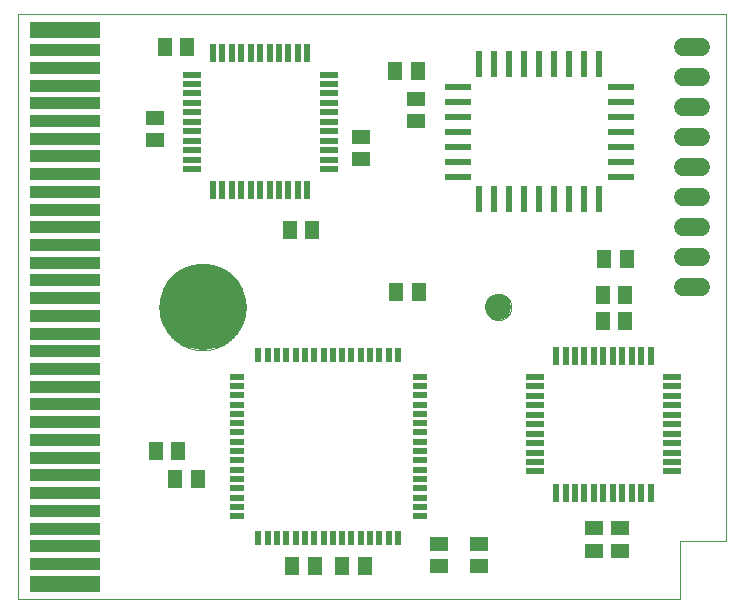
<source format=gts>
G75*
%MOIN*%
%OFA0B0*%
%FSLAX25Y25*%
%IPPOS*%
%LPD*%
%AMOC8*
5,1,8,0,0,1.08239X$1,22.5*
%
%ADD10C,0.00000*%
%ADD11C,0.28740*%
%ADD12C,0.08661*%
%ADD13R,0.23622X0.05512*%
%ADD14R,0.23622X0.03937*%
%ADD15R,0.08661X0.02362*%
%ADD16R,0.02362X0.08661*%
%ADD17R,0.02200X0.04700*%
%ADD18R,0.04700X0.02200*%
%ADD19R,0.05906X0.05118*%
%ADD20R,0.05118X0.05906*%
%ADD21R,0.01969X0.05906*%
%ADD22R,0.05906X0.01969*%
%ADD23C,0.06000*%
D10*
X0001000Y0001000D02*
X0001000Y0196000D01*
X0237000Y0196000D01*
X0237000Y0020500D01*
X0221900Y0020500D01*
X0221900Y0001000D01*
X0001000Y0001000D01*
X0048244Y0098441D02*
X0048248Y0098794D01*
X0048261Y0099146D01*
X0048283Y0099498D01*
X0048313Y0099850D01*
X0048352Y0100200D01*
X0048400Y0100550D01*
X0048456Y0100898D01*
X0048520Y0101244D01*
X0048593Y0101589D01*
X0048675Y0101933D01*
X0048765Y0102274D01*
X0048863Y0102612D01*
X0048969Y0102949D01*
X0049084Y0103282D01*
X0049207Y0103613D01*
X0049338Y0103940D01*
X0049477Y0104264D01*
X0049624Y0104585D01*
X0049778Y0104902D01*
X0049941Y0105215D01*
X0050111Y0105524D01*
X0050288Y0105829D01*
X0050473Y0106129D01*
X0050666Y0106425D01*
X0050865Y0106715D01*
X0051072Y0107001D01*
X0051285Y0107282D01*
X0051506Y0107557D01*
X0051733Y0107827D01*
X0051967Y0108091D01*
X0052207Y0108350D01*
X0052453Y0108602D01*
X0052705Y0108848D01*
X0052964Y0109088D01*
X0053228Y0109322D01*
X0053498Y0109549D01*
X0053773Y0109770D01*
X0054054Y0109983D01*
X0054340Y0110190D01*
X0054630Y0110389D01*
X0054926Y0110582D01*
X0055226Y0110767D01*
X0055531Y0110944D01*
X0055840Y0111114D01*
X0056153Y0111277D01*
X0056470Y0111431D01*
X0056791Y0111578D01*
X0057115Y0111717D01*
X0057442Y0111848D01*
X0057773Y0111971D01*
X0058106Y0112086D01*
X0058443Y0112192D01*
X0058781Y0112290D01*
X0059122Y0112380D01*
X0059466Y0112462D01*
X0059811Y0112535D01*
X0060157Y0112599D01*
X0060505Y0112655D01*
X0060855Y0112703D01*
X0061205Y0112742D01*
X0061557Y0112772D01*
X0061909Y0112794D01*
X0062261Y0112807D01*
X0062614Y0112811D01*
X0062967Y0112807D01*
X0063319Y0112794D01*
X0063671Y0112772D01*
X0064023Y0112742D01*
X0064373Y0112703D01*
X0064723Y0112655D01*
X0065071Y0112599D01*
X0065417Y0112535D01*
X0065762Y0112462D01*
X0066106Y0112380D01*
X0066447Y0112290D01*
X0066785Y0112192D01*
X0067122Y0112086D01*
X0067455Y0111971D01*
X0067786Y0111848D01*
X0068113Y0111717D01*
X0068437Y0111578D01*
X0068758Y0111431D01*
X0069075Y0111277D01*
X0069388Y0111114D01*
X0069697Y0110944D01*
X0070002Y0110767D01*
X0070302Y0110582D01*
X0070598Y0110389D01*
X0070888Y0110190D01*
X0071174Y0109983D01*
X0071455Y0109770D01*
X0071730Y0109549D01*
X0072000Y0109322D01*
X0072264Y0109088D01*
X0072523Y0108848D01*
X0072775Y0108602D01*
X0073021Y0108350D01*
X0073261Y0108091D01*
X0073495Y0107827D01*
X0073722Y0107557D01*
X0073943Y0107282D01*
X0074156Y0107001D01*
X0074363Y0106715D01*
X0074562Y0106425D01*
X0074755Y0106129D01*
X0074940Y0105829D01*
X0075117Y0105524D01*
X0075287Y0105215D01*
X0075450Y0104902D01*
X0075604Y0104585D01*
X0075751Y0104264D01*
X0075890Y0103940D01*
X0076021Y0103613D01*
X0076144Y0103282D01*
X0076259Y0102949D01*
X0076365Y0102612D01*
X0076463Y0102274D01*
X0076553Y0101933D01*
X0076635Y0101589D01*
X0076708Y0101244D01*
X0076772Y0100898D01*
X0076828Y0100550D01*
X0076876Y0100200D01*
X0076915Y0099850D01*
X0076945Y0099498D01*
X0076967Y0099146D01*
X0076980Y0098794D01*
X0076984Y0098441D01*
X0076980Y0098088D01*
X0076967Y0097736D01*
X0076945Y0097384D01*
X0076915Y0097032D01*
X0076876Y0096682D01*
X0076828Y0096332D01*
X0076772Y0095984D01*
X0076708Y0095638D01*
X0076635Y0095293D01*
X0076553Y0094949D01*
X0076463Y0094608D01*
X0076365Y0094270D01*
X0076259Y0093933D01*
X0076144Y0093600D01*
X0076021Y0093269D01*
X0075890Y0092942D01*
X0075751Y0092618D01*
X0075604Y0092297D01*
X0075450Y0091980D01*
X0075287Y0091667D01*
X0075117Y0091358D01*
X0074940Y0091053D01*
X0074755Y0090753D01*
X0074562Y0090457D01*
X0074363Y0090167D01*
X0074156Y0089881D01*
X0073943Y0089600D01*
X0073722Y0089325D01*
X0073495Y0089055D01*
X0073261Y0088791D01*
X0073021Y0088532D01*
X0072775Y0088280D01*
X0072523Y0088034D01*
X0072264Y0087794D01*
X0072000Y0087560D01*
X0071730Y0087333D01*
X0071455Y0087112D01*
X0071174Y0086899D01*
X0070888Y0086692D01*
X0070598Y0086493D01*
X0070302Y0086300D01*
X0070002Y0086115D01*
X0069697Y0085938D01*
X0069388Y0085768D01*
X0069075Y0085605D01*
X0068758Y0085451D01*
X0068437Y0085304D01*
X0068113Y0085165D01*
X0067786Y0085034D01*
X0067455Y0084911D01*
X0067122Y0084796D01*
X0066785Y0084690D01*
X0066447Y0084592D01*
X0066106Y0084502D01*
X0065762Y0084420D01*
X0065417Y0084347D01*
X0065071Y0084283D01*
X0064723Y0084227D01*
X0064373Y0084179D01*
X0064023Y0084140D01*
X0063671Y0084110D01*
X0063319Y0084088D01*
X0062967Y0084075D01*
X0062614Y0084071D01*
X0062261Y0084075D01*
X0061909Y0084088D01*
X0061557Y0084110D01*
X0061205Y0084140D01*
X0060855Y0084179D01*
X0060505Y0084227D01*
X0060157Y0084283D01*
X0059811Y0084347D01*
X0059466Y0084420D01*
X0059122Y0084502D01*
X0058781Y0084592D01*
X0058443Y0084690D01*
X0058106Y0084796D01*
X0057773Y0084911D01*
X0057442Y0085034D01*
X0057115Y0085165D01*
X0056791Y0085304D01*
X0056470Y0085451D01*
X0056153Y0085605D01*
X0055840Y0085768D01*
X0055531Y0085938D01*
X0055226Y0086115D01*
X0054926Y0086300D01*
X0054630Y0086493D01*
X0054340Y0086692D01*
X0054054Y0086899D01*
X0053773Y0087112D01*
X0053498Y0087333D01*
X0053228Y0087560D01*
X0052964Y0087794D01*
X0052705Y0088034D01*
X0052453Y0088280D01*
X0052207Y0088532D01*
X0051967Y0088791D01*
X0051733Y0089055D01*
X0051506Y0089325D01*
X0051285Y0089600D01*
X0051072Y0089881D01*
X0050865Y0090167D01*
X0050666Y0090457D01*
X0050473Y0090753D01*
X0050288Y0091053D01*
X0050111Y0091358D01*
X0049941Y0091667D01*
X0049778Y0091980D01*
X0049624Y0092297D01*
X0049477Y0092618D01*
X0049338Y0092942D01*
X0049207Y0093269D01*
X0049084Y0093600D01*
X0048969Y0093933D01*
X0048863Y0094270D01*
X0048765Y0094608D01*
X0048675Y0094949D01*
X0048593Y0095293D01*
X0048520Y0095638D01*
X0048456Y0095984D01*
X0048400Y0096332D01*
X0048352Y0096682D01*
X0048313Y0097032D01*
X0048283Y0097384D01*
X0048261Y0097736D01*
X0048248Y0098088D01*
X0048244Y0098441D01*
X0156905Y0098441D02*
X0156907Y0098572D01*
X0156913Y0098704D01*
X0156923Y0098835D01*
X0156937Y0098966D01*
X0156955Y0099096D01*
X0156977Y0099225D01*
X0157002Y0099354D01*
X0157032Y0099482D01*
X0157066Y0099609D01*
X0157103Y0099736D01*
X0157144Y0099860D01*
X0157189Y0099984D01*
X0157238Y0100106D01*
X0157290Y0100227D01*
X0157346Y0100345D01*
X0157406Y0100463D01*
X0157469Y0100578D01*
X0157536Y0100691D01*
X0157606Y0100803D01*
X0157679Y0100912D01*
X0157755Y0101018D01*
X0157835Y0101123D01*
X0157918Y0101225D01*
X0158004Y0101324D01*
X0158093Y0101421D01*
X0158185Y0101515D01*
X0158280Y0101606D01*
X0158377Y0101695D01*
X0158477Y0101780D01*
X0158580Y0101862D01*
X0158685Y0101941D01*
X0158792Y0102017D01*
X0158902Y0102089D01*
X0159014Y0102158D01*
X0159128Y0102224D01*
X0159243Y0102286D01*
X0159361Y0102345D01*
X0159480Y0102400D01*
X0159601Y0102452D01*
X0159724Y0102499D01*
X0159848Y0102543D01*
X0159973Y0102584D01*
X0160099Y0102620D01*
X0160227Y0102653D01*
X0160355Y0102681D01*
X0160484Y0102706D01*
X0160614Y0102727D01*
X0160744Y0102744D01*
X0160875Y0102757D01*
X0161006Y0102766D01*
X0161137Y0102771D01*
X0161269Y0102772D01*
X0161400Y0102769D01*
X0161532Y0102762D01*
X0161663Y0102751D01*
X0161793Y0102736D01*
X0161923Y0102717D01*
X0162053Y0102694D01*
X0162181Y0102668D01*
X0162309Y0102637D01*
X0162436Y0102602D01*
X0162562Y0102564D01*
X0162686Y0102522D01*
X0162810Y0102476D01*
X0162931Y0102426D01*
X0163051Y0102373D01*
X0163170Y0102316D01*
X0163287Y0102256D01*
X0163401Y0102192D01*
X0163514Y0102124D01*
X0163625Y0102053D01*
X0163734Y0101979D01*
X0163840Y0101902D01*
X0163944Y0101821D01*
X0164045Y0101738D01*
X0164144Y0101651D01*
X0164240Y0101561D01*
X0164333Y0101468D01*
X0164424Y0101373D01*
X0164511Y0101275D01*
X0164596Y0101174D01*
X0164677Y0101071D01*
X0164755Y0100965D01*
X0164830Y0100857D01*
X0164902Y0100747D01*
X0164970Y0100635D01*
X0165035Y0100521D01*
X0165096Y0100404D01*
X0165154Y0100286D01*
X0165208Y0100166D01*
X0165259Y0100045D01*
X0165306Y0099922D01*
X0165349Y0099798D01*
X0165388Y0099673D01*
X0165424Y0099546D01*
X0165455Y0099418D01*
X0165483Y0099290D01*
X0165507Y0099161D01*
X0165527Y0099031D01*
X0165543Y0098900D01*
X0165555Y0098769D01*
X0165563Y0098638D01*
X0165567Y0098507D01*
X0165567Y0098375D01*
X0165563Y0098244D01*
X0165555Y0098113D01*
X0165543Y0097982D01*
X0165527Y0097851D01*
X0165507Y0097721D01*
X0165483Y0097592D01*
X0165455Y0097464D01*
X0165424Y0097336D01*
X0165388Y0097209D01*
X0165349Y0097084D01*
X0165306Y0096960D01*
X0165259Y0096837D01*
X0165208Y0096716D01*
X0165154Y0096596D01*
X0165096Y0096478D01*
X0165035Y0096361D01*
X0164970Y0096247D01*
X0164902Y0096135D01*
X0164830Y0096025D01*
X0164755Y0095917D01*
X0164677Y0095811D01*
X0164596Y0095708D01*
X0164511Y0095607D01*
X0164424Y0095509D01*
X0164333Y0095414D01*
X0164240Y0095321D01*
X0164144Y0095231D01*
X0164045Y0095144D01*
X0163944Y0095061D01*
X0163840Y0094980D01*
X0163734Y0094903D01*
X0163625Y0094829D01*
X0163514Y0094758D01*
X0163402Y0094690D01*
X0163287Y0094626D01*
X0163170Y0094566D01*
X0163051Y0094509D01*
X0162931Y0094456D01*
X0162810Y0094406D01*
X0162686Y0094360D01*
X0162562Y0094318D01*
X0162436Y0094280D01*
X0162309Y0094245D01*
X0162181Y0094214D01*
X0162053Y0094188D01*
X0161923Y0094165D01*
X0161793Y0094146D01*
X0161663Y0094131D01*
X0161532Y0094120D01*
X0161400Y0094113D01*
X0161269Y0094110D01*
X0161137Y0094111D01*
X0161006Y0094116D01*
X0160875Y0094125D01*
X0160744Y0094138D01*
X0160614Y0094155D01*
X0160484Y0094176D01*
X0160355Y0094201D01*
X0160227Y0094229D01*
X0160099Y0094262D01*
X0159973Y0094298D01*
X0159848Y0094339D01*
X0159724Y0094383D01*
X0159601Y0094430D01*
X0159480Y0094482D01*
X0159361Y0094537D01*
X0159243Y0094596D01*
X0159128Y0094658D01*
X0159014Y0094724D01*
X0158902Y0094793D01*
X0158792Y0094865D01*
X0158685Y0094941D01*
X0158580Y0095020D01*
X0158477Y0095102D01*
X0158377Y0095187D01*
X0158280Y0095276D01*
X0158185Y0095367D01*
X0158093Y0095461D01*
X0158004Y0095558D01*
X0157918Y0095657D01*
X0157835Y0095759D01*
X0157755Y0095864D01*
X0157679Y0095970D01*
X0157606Y0096079D01*
X0157536Y0096191D01*
X0157469Y0096304D01*
X0157406Y0096419D01*
X0157346Y0096537D01*
X0157290Y0096655D01*
X0157238Y0096776D01*
X0157189Y0096898D01*
X0157144Y0097022D01*
X0157103Y0097146D01*
X0157066Y0097273D01*
X0157032Y0097400D01*
X0157002Y0097528D01*
X0156977Y0097657D01*
X0156955Y0097786D01*
X0156937Y0097916D01*
X0156923Y0098047D01*
X0156913Y0098178D01*
X0156907Y0098310D01*
X0156905Y0098441D01*
D11*
X0062614Y0098441D03*
X0062614Y0098441D03*
D12*
X0161236Y0098441D03*
X0161236Y0098441D03*
D13*
X0016748Y0190764D03*
X0016748Y0006118D03*
D14*
X0016748Y0012811D03*
X0016748Y0018717D03*
X0016748Y0024622D03*
X0016748Y0030528D03*
X0016748Y0036433D03*
X0016748Y0042339D03*
X0016748Y0048244D03*
X0016748Y0054150D03*
X0016748Y0060055D03*
X0016748Y0065961D03*
X0016748Y0071866D03*
X0016748Y0077772D03*
X0016748Y0083677D03*
X0016748Y0089583D03*
X0016748Y0095488D03*
X0016748Y0101394D03*
X0016748Y0107299D03*
X0016748Y0113205D03*
X0016748Y0119110D03*
X0016748Y0125016D03*
X0016748Y0130921D03*
X0016748Y0136827D03*
X0016748Y0142732D03*
X0016748Y0148638D03*
X0016748Y0154543D03*
X0016748Y0160449D03*
X0016748Y0166354D03*
X0016748Y0172260D03*
X0016748Y0178165D03*
X0016748Y0184071D03*
D15*
X0147635Y0171900D03*
X0147635Y0166900D03*
X0147635Y0161900D03*
X0147635Y0156900D03*
X0147635Y0151900D03*
X0147635Y0146900D03*
X0147635Y0141900D03*
X0201965Y0141900D03*
X0201965Y0146900D03*
X0201965Y0151900D03*
X0201965Y0156900D03*
X0201965Y0161900D03*
X0201965Y0166900D03*
X0201965Y0171900D03*
D16*
X0194800Y0179341D03*
X0189800Y0179341D03*
X0184800Y0179341D03*
X0179800Y0179341D03*
X0174800Y0179341D03*
X0169800Y0179341D03*
X0164800Y0179341D03*
X0159800Y0179341D03*
X0154800Y0179341D03*
X0154800Y0134459D03*
X0159800Y0134459D03*
X0164800Y0134459D03*
X0169800Y0134459D03*
X0174800Y0134459D03*
X0179800Y0134459D03*
X0184800Y0134459D03*
X0189800Y0134459D03*
X0194800Y0134459D03*
D17*
X0127750Y0082550D03*
X0124650Y0082550D03*
X0121550Y0082550D03*
X0118450Y0082550D03*
X0115350Y0082550D03*
X0112250Y0082550D03*
X0109150Y0082550D03*
X0106050Y0082550D03*
X0102950Y0082550D03*
X0099850Y0082550D03*
X0096750Y0082550D03*
X0093650Y0082550D03*
X0090550Y0082550D03*
X0087450Y0082550D03*
X0084350Y0082550D03*
X0081250Y0082550D03*
X0081250Y0021450D03*
X0084350Y0021450D03*
X0087450Y0021450D03*
X0090550Y0021450D03*
X0093650Y0021450D03*
X0096750Y0021450D03*
X0099850Y0021450D03*
X0102950Y0021450D03*
X0106050Y0021450D03*
X0109150Y0021450D03*
X0112250Y0021450D03*
X0115350Y0021450D03*
X0118450Y0021450D03*
X0121550Y0021450D03*
X0124650Y0021450D03*
X0127750Y0021450D03*
D18*
X0135050Y0028750D03*
X0135050Y0031850D03*
X0135050Y0034950D03*
X0135050Y0038050D03*
X0135050Y0041150D03*
X0135050Y0044250D03*
X0135050Y0047350D03*
X0135050Y0050450D03*
X0135050Y0053550D03*
X0135050Y0056650D03*
X0135050Y0059750D03*
X0135050Y0062850D03*
X0135050Y0065950D03*
X0135050Y0069050D03*
X0135050Y0072150D03*
X0135050Y0075250D03*
X0073950Y0075250D03*
X0073950Y0072150D03*
X0073950Y0069050D03*
X0073950Y0065950D03*
X0073950Y0062850D03*
X0073950Y0059750D03*
X0073950Y0056650D03*
X0073950Y0053550D03*
X0073950Y0050450D03*
X0073950Y0047350D03*
X0073950Y0044250D03*
X0073950Y0041150D03*
X0073950Y0038050D03*
X0073950Y0034950D03*
X0073950Y0031850D03*
X0073950Y0028750D03*
D19*
X0141400Y0019540D03*
X0141400Y0012060D03*
X0154600Y0012060D03*
X0154600Y0019540D03*
X0193000Y0017260D03*
X0201800Y0017260D03*
X0201800Y0024740D03*
X0193000Y0024740D03*
X0115400Y0147660D03*
X0115400Y0155140D03*
X0133800Y0160460D03*
X0133800Y0167940D03*
X0046600Y0161540D03*
X0046600Y0154060D03*
D20*
X0050060Y0185000D03*
X0057540Y0185000D03*
X0126860Y0177000D03*
X0134340Y0177000D03*
X0099140Y0124200D03*
X0091660Y0124200D03*
X0127126Y0103311D03*
X0134606Y0103311D03*
X0196060Y0102600D03*
X0203540Y0102600D03*
X0203540Y0093800D03*
X0196060Y0093800D03*
X0196460Y0114600D03*
X0203940Y0114600D03*
X0116740Y0012200D03*
X0109260Y0012200D03*
X0099940Y0012200D03*
X0092460Y0012200D03*
X0060940Y0041000D03*
X0053460Y0041000D03*
X0054440Y0050500D03*
X0046960Y0050500D03*
D21*
X0066052Y0137365D03*
X0069202Y0137365D03*
X0072351Y0137365D03*
X0075501Y0137365D03*
X0078650Y0137365D03*
X0081800Y0137365D03*
X0084950Y0137365D03*
X0088099Y0137365D03*
X0091249Y0137365D03*
X0094398Y0137365D03*
X0097548Y0137365D03*
X0097548Y0183035D03*
X0094398Y0183035D03*
X0091249Y0183035D03*
X0088099Y0183035D03*
X0084950Y0183035D03*
X0081800Y0183035D03*
X0078650Y0183035D03*
X0075501Y0183035D03*
X0072351Y0183035D03*
X0069202Y0183035D03*
X0066052Y0183035D03*
X0180452Y0082235D03*
X0183602Y0082235D03*
X0186751Y0082235D03*
X0189901Y0082235D03*
X0193050Y0082235D03*
X0196200Y0082235D03*
X0199350Y0082235D03*
X0202499Y0082235D03*
X0205649Y0082235D03*
X0208798Y0082235D03*
X0211948Y0082235D03*
X0211948Y0036565D03*
X0208798Y0036565D03*
X0205649Y0036565D03*
X0202499Y0036565D03*
X0199350Y0036565D03*
X0196200Y0036565D03*
X0193050Y0036565D03*
X0189901Y0036565D03*
X0186751Y0036565D03*
X0183602Y0036565D03*
X0180452Y0036565D03*
D22*
X0173365Y0043652D03*
X0173365Y0046802D03*
X0173365Y0049951D03*
X0173365Y0053101D03*
X0173365Y0056250D03*
X0173365Y0059400D03*
X0173365Y0062550D03*
X0173365Y0065699D03*
X0173365Y0068849D03*
X0173365Y0071998D03*
X0173365Y0075148D03*
X0219035Y0075148D03*
X0219035Y0071998D03*
X0219035Y0068849D03*
X0219035Y0065699D03*
X0219035Y0062550D03*
X0219035Y0059400D03*
X0219035Y0056250D03*
X0219035Y0053101D03*
X0219035Y0049951D03*
X0219035Y0046802D03*
X0219035Y0043652D03*
X0104635Y0144452D03*
X0104635Y0147602D03*
X0104635Y0150751D03*
X0104635Y0153901D03*
X0104635Y0157050D03*
X0104635Y0160200D03*
X0104635Y0163350D03*
X0104635Y0166499D03*
X0104635Y0169649D03*
X0104635Y0172798D03*
X0104635Y0175948D03*
X0058965Y0175948D03*
X0058965Y0172798D03*
X0058965Y0169649D03*
X0058965Y0166499D03*
X0058965Y0163350D03*
X0058965Y0160200D03*
X0058965Y0157050D03*
X0058965Y0153901D03*
X0058965Y0150751D03*
X0058965Y0147602D03*
X0058965Y0144452D03*
D23*
X0222800Y0145000D02*
X0228800Y0145000D01*
X0228800Y0135000D02*
X0222800Y0135000D01*
X0222800Y0125000D02*
X0228800Y0125000D01*
X0228800Y0115000D02*
X0222800Y0115000D01*
X0222800Y0105000D02*
X0228800Y0105000D01*
X0228800Y0155000D02*
X0222800Y0155000D01*
X0222800Y0165000D02*
X0228800Y0165000D01*
X0228800Y0175000D02*
X0222800Y0175000D01*
X0222800Y0185000D02*
X0228800Y0185000D01*
M02*

</source>
